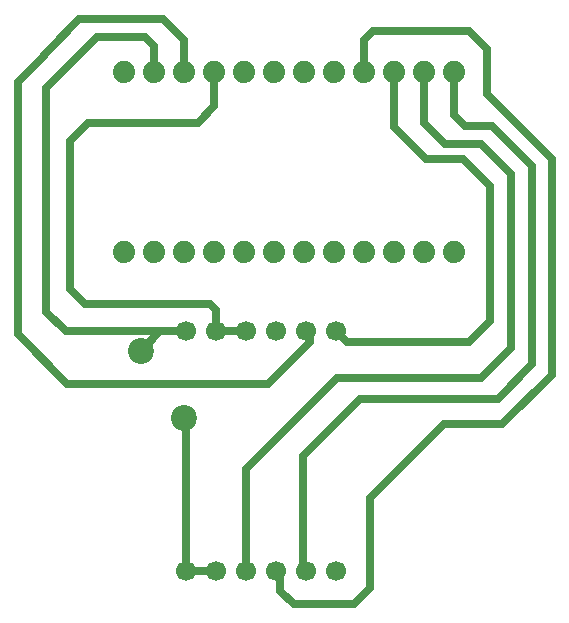
<source format=gbl>
G04 Layer: BottomLayer*
G04 EasyEDA v6.5.47, 2024-09-19 05:07:01*
G04 da73b591da4a40a19c68f2a140ff4f82,20cc673dbd184c8ca6733993ffc9aab1,10*
G04 Gerber Generator version 0.2*
G04 Scale: 100 percent, Rotated: No, Reflected: No *
G04 Dimensions in millimeters *
G04 leading zeros omitted , absolute positions ,4 integer and 5 decimal *
%FSLAX45Y45*%
%MOMM*%

%ADD10C,0.7000*%
%ADD11C,1.7000*%
%ADD12C,1.8796*%
%ADD13C,2.2000*%

%LPD*%
D10*
X6807200Y5791200D02*
G01*
X6616700Y5600700D01*
X6616700Y3467100D01*
X7035800Y3048000D01*
X8737600Y3048000D01*
X9093200Y3403600D01*
X9093200Y3457194D01*
X9057893Y3492500D01*
X8026400Y5689600D02*
G01*
X8026400Y5956300D01*
X7848600Y6134100D01*
X7137400Y6134100D01*
X6870700Y5867400D01*
X6807200Y5791200D01*
X8026400Y2755900D02*
G01*
X8041893Y2755900D01*
X8041891Y3492500D02*
G01*
X7823200Y3492500D01*
X7658100Y3327400D01*
X8041893Y1460500D02*
G01*
X8041893Y2755900D01*
X8295893Y3492500D02*
G01*
X8295893Y3667505D01*
X8242300Y3721100D01*
X7188200Y3721100D01*
X7061200Y3848100D01*
X7061200Y5105400D01*
X7213600Y5257800D01*
X8140700Y5257800D01*
X8280400Y5397500D01*
X8280400Y5689600D01*
X8041893Y3492500D02*
G01*
X7023100Y3492500D01*
X6858000Y3657600D01*
X6858000Y5549900D01*
X7289800Y5981700D01*
X7696200Y5981700D01*
X7772400Y5905500D01*
X7772400Y5689600D01*
X8295893Y1460500D02*
G01*
X8041893Y1460500D01*
X8295893Y3492500D02*
G01*
X8549893Y3492500D01*
X9550400Y5689600D02*
G01*
X9550400Y5956300D01*
X9626600Y6032500D01*
X10439400Y6032500D01*
X10591800Y5880100D01*
X10591800Y5499100D01*
X11137900Y4953000D01*
X11137900Y3124200D01*
X10718800Y2705100D01*
X10223500Y2705100D01*
X9601200Y2082800D01*
X9601200Y1320800D01*
X9461500Y1181100D01*
X8953500Y1181100D01*
X8839200Y1295400D01*
X8839200Y1425194D01*
X8803893Y1460500D01*
X10312400Y5689600D02*
G01*
X10312400Y5321300D01*
X10401300Y5232400D01*
X10629900Y5232400D01*
X10972800Y4889500D01*
X10972800Y3213100D01*
X10680700Y2921000D01*
X9512300Y2921000D01*
X9029700Y2438400D01*
X9029700Y1488694D01*
X9057893Y1460500D01*
X9804400Y5689600D02*
G01*
X9804400Y5219700D01*
X10071100Y4953000D01*
X10388600Y4953000D01*
X10617200Y4724400D01*
X10617200Y3581400D01*
X10439400Y3403600D01*
X9400793Y3403600D01*
X9311893Y3492500D01*
X8549893Y1460500D02*
G01*
X8549893Y2326894D01*
X9321800Y3098800D01*
X10541000Y3098800D01*
X10795000Y3352800D01*
X10795000Y4826000D01*
X10541000Y5080000D01*
X10236200Y5080000D01*
X10058400Y5257800D01*
X10058400Y5689600D01*
D11*
G01*
X8041893Y3492500D03*
G01*
X8295893Y3492500D03*
G01*
X8549893Y3492500D03*
G01*
X8803893Y3492500D03*
G01*
X9057893Y3492500D03*
G01*
X9311893Y3492500D03*
G01*
X9311893Y1460500D03*
G01*
X9057893Y1460500D03*
G01*
X8803893Y1460500D03*
G01*
X8549893Y1460500D03*
G01*
X8295893Y1460500D03*
G01*
X8041893Y1460500D03*
D12*
G01*
X10312400Y4165600D03*
G01*
X10058400Y4165600D03*
G01*
X9804400Y4165600D03*
G01*
X9550400Y4165600D03*
G01*
X9296400Y4165600D03*
G01*
X9042400Y4165600D03*
G01*
X8788400Y4165600D03*
G01*
X8534400Y4165600D03*
G01*
X8280400Y4165600D03*
G01*
X8026400Y4165600D03*
G01*
X7772400Y4165600D03*
G01*
X7518400Y4165600D03*
G01*
X7518400Y5689600D03*
G01*
X7772400Y5689600D03*
G01*
X8026400Y5689600D03*
G01*
X8280400Y5689600D03*
G01*
X8534400Y5689600D03*
G01*
X8788400Y5689600D03*
G01*
X9042400Y5689600D03*
G01*
X9296400Y5689600D03*
G01*
X9550400Y5689600D03*
G01*
X9804400Y5689600D03*
G01*
X10058400Y5689600D03*
G01*
X10312400Y5689600D03*
D13*
G01*
X7658100Y3327400D03*
G01*
X8026400Y2755900D03*
M02*

</source>
